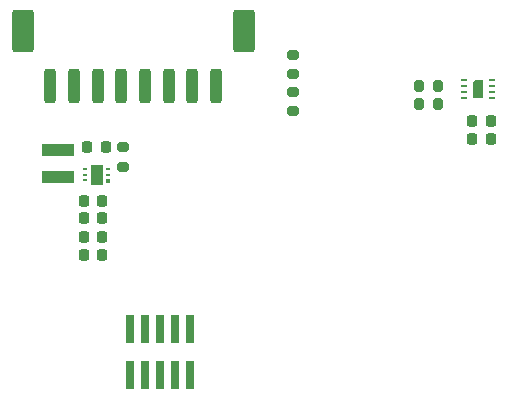
<source format=gbr>
%TF.GenerationSoftware,KiCad,Pcbnew,7.0.10*%
%TF.CreationDate,2024-04-10T17:33:26+08:00*%
%TF.ProjectId,solar_board_breakout,736f6c61-725f-4626-9f61-72645f627265,rev?*%
%TF.SameCoordinates,Original*%
%TF.FileFunction,Paste,Top*%
%TF.FilePolarity,Positive*%
%FSLAX46Y46*%
G04 Gerber Fmt 4.6, Leading zero omitted, Abs format (unit mm)*
G04 Created by KiCad (PCBNEW 7.0.10) date 2024-04-10 17:33:26*
%MOMM*%
%LPD*%
G01*
G04 APERTURE LIST*
G04 Aperture macros list*
%AMRoundRect*
0 Rectangle with rounded corners*
0 $1 Rounding radius*
0 $2 $3 $4 $5 $6 $7 $8 $9 X,Y pos of 4 corners*
0 Add a 4 corners polygon primitive as box body*
4,1,4,$2,$3,$4,$5,$6,$7,$8,$9,$2,$3,0*
0 Add four circle primitives for the rounded corners*
1,1,$1+$1,$2,$3*
1,1,$1+$1,$4,$5*
1,1,$1+$1,$6,$7*
1,1,$1+$1,$8,$9*
0 Add four rect primitives between the rounded corners*
20,1,$1+$1,$2,$3,$4,$5,0*
20,1,$1+$1,$4,$5,$6,$7,0*
20,1,$1+$1,$6,$7,$8,$9,0*
20,1,$1+$1,$8,$9,$2,$3,0*%
%AMFreePoly0*
4,1,6,0.450000,-0.800000,-0.450000,-0.800000,-0.450000,0.530000,-0.180000,0.800000,0.450000,0.800000,0.450000,-0.800000,0.450000,-0.800000,$1*%
G04 Aperture macros list end*
%ADD10RoundRect,0.225000X0.225000X0.250000X-0.225000X0.250000X-0.225000X-0.250000X0.225000X-0.250000X0*%
%ADD11R,0.740000X2.400000*%
%ADD12RoundRect,0.225000X-0.225000X-0.250000X0.225000X-0.250000X0.225000X0.250000X-0.225000X0.250000X0*%
%ADD13RoundRect,0.200000X0.200000X0.275000X-0.200000X0.275000X-0.200000X-0.275000X0.200000X-0.275000X0*%
%ADD14R,0.450000X0.350000*%
%ADD15R,0.450000X0.250000*%
%ADD16R,1.000000X1.800000*%
%ADD17RoundRect,0.200000X-0.200000X-0.275000X0.200000X-0.275000X0.200000X0.275000X-0.200000X0.275000X0*%
%ADD18RoundRect,0.200000X0.275000X-0.200000X0.275000X0.200000X-0.275000X0.200000X-0.275000X-0.200000X0*%
%ADD19R,2.750000X1.000000*%
%ADD20RoundRect,0.200000X-0.275000X0.200000X-0.275000X-0.200000X0.275000X-0.200000X0.275000X0.200000X0*%
%ADD21RoundRect,0.250000X-0.250000X-1.200000X0.250000X-1.200000X0.250000X1.200000X-0.250000X1.200000X0*%
%ADD22RoundRect,0.250000X-0.650000X-1.550000X0.650000X-1.550000X0.650000X1.550000X-0.650000X1.550000X0*%
%ADD23FreePoly0,0.000000*%
%ADD24R,0.550000X0.250000*%
G04 APERTURE END LIST*
D10*
%TO.C,C5*%
X144275000Y-87000000D03*
X142725000Y-87000000D03*
%TD*%
D11*
%TO.C,U1*%
X113730000Y-103100000D03*
X113730000Y-107000000D03*
X115000000Y-103100000D03*
X115000000Y-107000000D03*
X116270000Y-103100000D03*
X116270000Y-107000000D03*
X117540000Y-103100000D03*
X117540000Y-107000000D03*
X118810000Y-103100000D03*
X118810000Y-107000000D03*
%TD*%
D12*
%TO.C,C2*%
X109825000Y-95300000D03*
X111375000Y-95300000D03*
%TD*%
%TO.C,C3*%
X110125000Y-87700000D03*
X111675000Y-87700000D03*
%TD*%
D13*
%TO.C,R3*%
X139825000Y-84000000D03*
X138175000Y-84000000D03*
%TD*%
D14*
%TO.C,U2*%
X111875000Y-90550000D03*
D15*
X111875000Y-90000000D03*
X111875000Y-89500000D03*
X109925000Y-89500000D03*
X109925000Y-90000000D03*
X109925000Y-90500000D03*
D16*
X110900000Y-90000000D03*
%TD*%
D10*
%TO.C,C4*%
X144275000Y-85500000D03*
X142725000Y-85500000D03*
%TD*%
D12*
%TO.C,C6*%
X109800000Y-92200000D03*
X111350000Y-92200000D03*
%TD*%
%TO.C,C7*%
X109800000Y-93710000D03*
X111350000Y-93710000D03*
%TD*%
D17*
%TO.C,R2*%
X138175000Y-82500000D03*
X139825000Y-82500000D03*
%TD*%
D18*
%TO.C,R1*%
X113100000Y-89325000D03*
X113100000Y-87675000D03*
%TD*%
D19*
%TO.C,L1*%
X107600000Y-90250000D03*
X107600000Y-87950000D03*
%TD*%
D20*
%TO.C,R4*%
X127500000Y-79850000D03*
X127500000Y-81500000D03*
%TD*%
D18*
%TO.C,R5*%
X127500000Y-84650000D03*
X127500000Y-83000000D03*
%TD*%
D21*
%TO.C,J1*%
X107000000Y-82500000D03*
X109000000Y-82500000D03*
X111000000Y-82500000D03*
X113000000Y-82500000D03*
X115000000Y-82500000D03*
X117000000Y-82500000D03*
X119000000Y-82500000D03*
X121000000Y-82500000D03*
D22*
X104650000Y-77850000D03*
X123350000Y-77850000D03*
%TD*%
D12*
%TO.C,C1*%
X109825000Y-96800000D03*
X111375000Y-96800000D03*
%TD*%
D23*
%TO.C,U3*%
X143175000Y-82750000D03*
D24*
X142000000Y-82000000D03*
X142000000Y-82500000D03*
X142000000Y-83000000D03*
X142000000Y-83500000D03*
X144350000Y-83500000D03*
X144350000Y-83000000D03*
X144350000Y-82500000D03*
X144350000Y-82000000D03*
%TD*%
M02*

</source>
